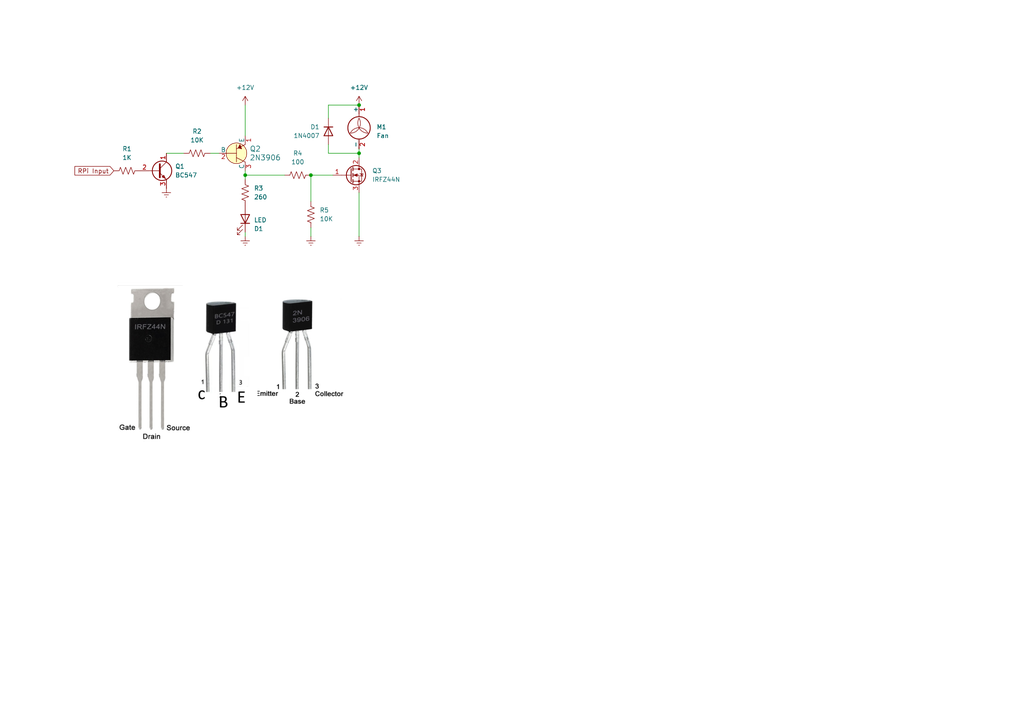
<source format=kicad_sch>
(kicad_sch (version 20250114) (generator "eeschema") (generator_version "9.0")
  (paper "A4")
  (lib_symbols
    (symbol "Device:LED" (pin_numbers (hide yes)) (pin_names (offset 1.016) (hide yes))
      (property "Reference" "D" (at 0 2.54 0))
      (property "Value" "LED" (at 0 -2.54 0))
      (symbol "LED_0_1"
        (polyline (pts (xy -3.048 -0.762) (xy -4.572 -2.286) (xy -3.81 -2.286) (xy -4.572 -2.286) (xy -4.572 -1.524)))
        (polyline (pts (xy -1.778 -0.762) (xy -3.302 -2.286) (xy -2.54 -2.286) (xy -3.302 -2.286) (xy -3.302 -1.524)))
        (polyline (pts (xy -1.27 0) (xy 1.27 0)))
        (polyline (pts (xy -1.27 -1.27) (xy -1.27 1.27)) (stroke (width 0.254)))
        (polyline (pts (xy 1.27 -1.27) (xy 1.27 1.27) (xy -1.27 0) (xy 1.27 -1.27)) (stroke (width 0.254)))
      )
      (symbol "LED_1_1"
        (pin passive line (at -3.81 0 0) (length 2.54) (name "K") (number "1"))
        (pin passive line (at 3.81 0 180) (length 2.54) (name "A") (number "2"))
      )
    )
    (symbol "Device:R_US" (pin_numbers (hide yes)) (pin_names (offset 0))
      (property "Reference" "R" (at 2.54 0 90))
      (property "Value" "R_US" (at -2.54 0 90))
      (symbol "R_US_0_1"
        (polyline (pts (xy 0 2.286) (xy 0 2.54)))
        (polyline (pts (xy 0 2.286) (xy 1.016 1.905) (xy 0 1.524) (xy -1.016 1.143) (xy 0 0.762)))
        (polyline (pts (xy 0 0.762) (xy 1.016 0.381) (xy 0 0) (xy -1.016 -0.381) (xy 0 -0.762)))
        (polyline (pts (xy 0 -0.762) (xy 1.016 -1.143) (xy 0 -1.524) (xy -1.016 -1.905) (xy 0 -2.286)))
        (polyline (pts (xy 0 -2.286) (xy 0 -2.54)))
      )
      (symbol "R_US_1_1"
        (pin passive line (at 0 3.81 270) (length 1.27) (name "~") (number "1"))
        (pin passive line (at 0 -3.81 90) (length 1.27) (name "~") (number "2"))
      )
    )
    (symbol "Diode:1N4007" (pin_numbers (hide yes)) (pin_names (hide yes))
      (property "Reference" "D" (at 0 2.54 0))
      (property "Value" "1N4007" (at 0 -2.54 0))
      (symbol "1N4007_0_1"
        (polyline (pts (xy -1.27 1.27) (xy -1.27 -1.27)) (stroke (width 0.254)))
        (polyline (pts (xy 1.27 1.27) (xy 1.27 -1.27) (xy -1.27 0) (xy 1.27 1.27)) (stroke (width 0.254)))
        (polyline (pts (xy 1.27 0) (xy -1.27 0)))
      )
      (symbol "1N4007_1_1"
        (pin passive line (at -3.81 0 0) (length 2.54) (name "K") (number "1"))
        (pin passive line (at 3.81 0 180) (length 2.54) (name "A") (number "2"))
      )
    )
    (symbol "Motor:Fan" (pin_names (offset 0))
      (property "Reference" "M" (at 2.54 5.08 0))
      (property "Value" "Fan" (at 2.54 -2.54 0))
      (symbol "Fan_0_1"
        (arc (start 0 3.81) (mid -0.0015 0.9048) (end -2.54 -0.508))
        (polyline (pts (xy 0 4.572) (xy 0 5.08)))
        (polyline (pts (xy 0 4.2672) (xy 0 4.6228)))
        (circle (center 0 1.016) (radius 3.2512) (stroke (width 0.254)))
        (arc (start -2.54 -0.508) (mid 0 1.0618) (end 2.54 -0.508))
        (polyline (pts (xy 0 -2.2352) (xy 0 -2.6416)))
        (polyline (pts (xy 0 -5.08) (xy 0 -4.572)))
        (arc (start 2.54 -0.508) (mid 0.047 0.9315) (end 0 3.81))
      )
      (symbol "Fan_1_1"
        (pin passive line (at 0 7.62 270) (length 2.54) (name "+") (number "1"))
        (pin passive line (at 0 -5.08 90) (length 2.54) (name "-") (number "2"))
      )
    )
    (symbol "Transistor_BJT:BC547" (pin_names (offset 0) (hide yes))
      (property "Reference" "Q" (at 5.08 1.905 0))
      (property "Value" "BC547" (at 5.08 0 0))
      (symbol "BC547_0_1"
        (polyline (pts (xy -2.54 0) (xy 0.635 0)))
        (polyline (pts (xy 0.635 1.905) (xy 0.635 -1.905)) (stroke (width 0.508)))
        (circle (center 1.27 0) (radius 2.8194) (stroke (width 0.254)))
      )
      (symbol "BC547_1_1"
        (polyline (pts (xy 0.635 0.635) (xy 2.54 2.54)))
        (polyline (pts (xy 0.635 -0.635) (xy 2.54 -2.54)))
        (polyline (pts (xy 1.27 -1.778) (xy 1.778 -1.27) (xy 2.286 -2.286) (xy 1.27 -1.778)) (fill (type outline)))
        (pin input line (at -5.08 0 0) (length 2.54) (name "B") (number "2"))
        (pin passive line (at 2.54 5.08 270) (length 2.54) (name "C") (number "1"))
        (pin passive line (at 2.54 -5.08 90) (length 2.54) (name "E") (number "3"))
      )
    )
    (symbol "Transistor_FET:IRF540N" (pin_names (hide yes))
      (property "Reference" "Q" (at 5.08 1.905 0))
      (property "Value" "IRF540N" (at 5.08 0 0))
      (symbol "IRF540N_0_1"
        (polyline (pts (xy 0.254 1.905) (xy 0.254 -1.905)) (stroke (width 0.254)))
        (polyline (pts (xy 0.254 0) (xy -2.54 0)))
        (polyline (pts (xy 0.762 2.286) (xy 0.762 1.27)) (stroke (width 0.254)))
        (polyline (pts (xy 0.762 0.508) (xy 0.762 -0.508)) (stroke (width 0.254)))
        (polyline (pts (xy 0.762 -1.27) (xy 0.762 -2.286)) (stroke (width 0.254)))
        (polyline (pts (xy 0.762 -1.778) (xy 3.302 -1.778) (xy 3.302 1.778) (xy 0.762 1.778)))
        (polyline (pts (xy 1.016 0) (xy 2.032 0.381) (xy 2.032 -0.381) (xy 1.016 0)) (fill (type outline)))
        (circle (center 1.651 0) (radius 2.794) (stroke (width 0.254)))
        (polyline (pts (xy 2.54 2.54) (xy 2.54 1.778)))
        (circle (center 2.54 1.778) (radius 0.254) (fill (type outline)))
        (circle (center 2.54 -1.778) (radius 0.254) (fill (type outline)))
        (polyline (pts (xy 2.54 -2.54) (xy 2.54 0) (xy 0.762 0)))
        (polyline (pts (xy 2.794 0.508) (xy 2.921 0.381) (xy 3.683 0.381) (xy 3.81 0.254)))
        (polyline (pts (xy 3.302 0.381) (xy 2.921 -0.254) (xy 3.683 -0.254) (xy 3.302 0.381)))
      )
      (symbol "IRF540N_1_1"
        (pin input line (at -5.08 0 0) (length 2.54) (name "G") (number "1"))
        (pin passive line (at 2.54 5.08 270) (length 2.54) (name "D") (number "2"))
        (pin passive line (at 2.54 -5.08 90) (length 2.54) (name "S") (number "3"))
      )
    )
    (symbol "dk_Transistors-Bipolar-BJT-Single:2N3906" (pin_names (offset 0))
      (property "Reference" "Q" (at -2.3876 3.9116 0))
      (property "Value" "2N3906" (at 5.08 0 90))
      (symbol "2N3906_0_1"
        (polyline (pts (xy -3.81 0) (xy -2.54 0)))
        (polyline (pts (xy -3.556 0) (xy 0 0)))
        (polyline (pts (xy 0 2.54) (xy 0 -2.54)))
        (polyline (pts (xy 0 1.27) (xy 2.54 2.54)))
        (circle (center 0 0) (radius 2.9972) (fill (type background)))
        (polyline (pts (xy 0 -1.27) (xy 2.54 -2.54)))
        (polyline (pts (xy 1.016 2.54) (xy 0.508 1.524) (xy 1.524 1.27) (xy 1.016 2.54)) (fill (type outline)))
      )
      (symbol "2N3906_1_1"
        (pin input line (at -5.08 0 0) (length 2.54) (name "B") (number "2"))
        (pin passive line (at 2.54 5.08 270) (length 2.54) (name "E") (number "1"))
        (pin passive line (at 2.54 -5.08 90) (length 2.54) (name "C") (number "3"))
      )
    )
    (symbol "power:+12V" (power) (pin_numbers (hide yes)) (pin_names (offset 0) (hide yes))
      (property "Value" "+12V" (at 0 3.556 0))
      (symbol "+12V_0_1"
        (polyline (pts (xy -0.762 1.27) (xy 0 2.54)))
        (polyline (pts (xy 0 2.54) (xy 0.762 1.27)))
        (polyline (pts (xy 0 0) (xy 0 2.54)))
      )
      (symbol "+12V_1_1"
        (pin power_in line (at 0 0 90) (length 0) (name "~") (number "1"))
      )
    )
    (symbol "power:Earth" (power) (pin_numbers (hide yes)) (pin_names (offset 0) (hide yes))
      (property "Value" "Earth" (at 0 -3.81 0))
      (symbol "Earth_0_1"
        (polyline (pts (xy -0.635 -1.905) (xy 0.635 -1.905)))
        (polyline (pts (xy -0.127 -2.54) (xy 0.127 -2.54)))
        (polyline (pts (xy 0 -1.27) (xy 0 0)))
        (polyline (pts (xy 1.27 -1.27) (xy -1.27 -1.27)))
      )
      (symbol "Earth_1_1"
        (pin power_in line (at 0 0 270) (length 0) (name "~") (number "1"))
      )
    )
  )
  (junction (at 104.14 30.48))
  (junction (at 104.14 44.45))
  (junction (at 71.12 50.8))
  (junction (at 90.17 50.8))
  (wire (pts (xy 104.14 43.18) (xy 104.14 44.45)))
  (wire (pts (xy 53.34 44.45) (xy 48.26 44.45)))
  (wire (pts (xy 71.12 30.48) (xy 71.12 39.37)))
  (wire (pts (xy 95.25 41.91) (xy 95.25 44.45)))
  (wire (pts (xy 96.52 50.8) (xy 90.17 50.8)))
  (wire (pts (xy 71.12 68.58) (xy 71.12 67.31)))
  (wire (pts (xy 60.96 44.45) (xy 63.5 44.45)))
  (wire (pts (xy 82.55 50.8) (xy 71.12 50.8)))
  (wire (pts (xy 95.25 34.29) (xy 95.25 30.48)))
  (wire (pts (xy 90.17 68.58) (xy 90.17 66.04)))
  (wire (pts (xy 95.25 44.45) (xy 104.14 44.45)))
  (wire (pts (xy 104.14 44.45) (xy 104.14 45.72)))
  (wire (pts (xy 71.12 50.8) (xy 71.12 49.53)))
  (wire (pts (xy 104.14 68.58) (xy 104.14 55.88)))
  (wire (pts (xy 95.25 30.48) (xy 104.14 30.48)))
  (wire (pts (xy 90.17 58.42) (xy 90.17 50.8)))
  (wire (pts (xy 71.12 52.07) (xy 71.12 50.8)))
  (image (at 67.31 105.41) (scale 0.307352))
  (global_label "RPi Input" (shape input) (at 33.02 49.53 180) (property "Intersheetrefs" "${INTERSHEET_REFS}" (effects (hide yes))))
  (symbol (lib_id "power:Earth") (at 71.12 68.58 0) (unit 1)
    (property "Reference" "#PWR02" (effects (hide yes)))
    (property "Value" "GND" (effects (hide yes)))
    (property "Description" "Power symbol creates a global label with name \"Earth\"" (effects (hide yes)))
  )
  (symbol (lib_id "Device:R_US") (at 57.15 44.45 270) (unit 1)
    (property "Reference" "R2" (at 57.15 38.1 90))
    (property "Value" "10K" (at 57.15 40.64 90))
    (property "Description" "Resistor, US symbol" (effects (hide yes)))
  )
  (symbol (lib_id "Device:R_US") (at 86.36 50.8 270) (unit 1)
    (property "Reference" "R4" (at 86.36 44.45 90))
    (property "Value" "100" (at 86.36 46.99 90))
    (property "Description" "Resistor, US symbol" (effects (hide yes)))
  )
  (symbol (lib_id "Transistor_FET:IRF540N") (at 101.6 50.8 0) (unit 1)
    (property "Reference" "Q3" (at 107.95 49.5299 0) (effects (justify left)))
    (property "Value" "IRFZ44N" (at 107.95 52.0699 0) (effects (justify left)))
    (property "Footprint" "Package_TO_SOT_THT:TO-220-3_Vertical" (effects (hide yes)))
    (property "Datasheet" "http://www.irf.com/product-info/datasheets/data/irf540n.pdf" (effects (hide yes)))
    (property "Description" "33A Id, 100V Vds, HEXFET N-Channel MOSFET, TO-220" (effects (hide yes)))
  )
  (symbol (lib_id "Transistor_BJT:BC547") (at 45.72 49.53 0) (unit 1)
    (property "Reference" "Q1" (at 50.8 48.2599 0) (effects (justify left)))
    (property "Value" "BC547" (at 50.8 50.7999 0) (effects (justify left)))
    (property "Footprint" "Package_TO_SOT_THT:TO-92_Inline" (effects (hide yes)))
    (property "Datasheet" "https://www.onsemi.com/pub/Collateral/BC550-D.pdf" (effects (hide yes)))
    (property "Description" "0.1A Ic, 45V Vce, Small Signal NPN Transistor, TO-92" (effects (hide yes)))
  )
  (symbol (lib_id "power:+12V") (at 71.12 30.48 0) (unit 1)
    (property "Reference" "#PWR01" (effects (hide yes)))
    (property "Value" "+12V" (at 71.12 25.4 0))
    (property "Description" "Power symbol creates a global label with name \"+12V\"" (effects (hide yes)))
  )
  (symbol (lib_id "Device:LED") (at 71.12 63.5 270) (mirror x) (unit 1)
    (property "Reference" "D1" (at 73.66 66.3576 90) (effects (justify left)))
    (property "Value" "LED" (at 73.66 63.8176 90) (effects (justify left)))
    (property "Description" "Light emitting diode" (effects (hide yes)))
    (property "Sim.Pins" "1=K 2=A" (effects (hide yes)))
  )
  (symbol (lib_id "power:Earth") (at 48.26 54.61 0) (unit 1)
    (property "Reference" "#PWR?" (effects (hide yes)))
    (property "Value" "GND" (effects (hide yes)))
    (property "Description" "Power symbol creates a global label with name \"Earth\"" (effects (hide yes)))
  )
  (symbol (lib_id "Device:R_US") (at 36.83 49.53 270) (unit 1)
    (property "Reference" "R1" (at 36.83 43.18 90))
    (property "Value" "1K" (at 36.83 45.72 90))
    (property "Description" "Resistor, US symbol" (effects (hide yes)))
  )
  (symbol (lib_id "Diode:1N4007") (at 95.25 38.1 90) (mirror x) (unit 1)
    (property "Reference" "D1" (at 92.71 36.8299 90) (effects (justify left)))
    (property "Value" "1N4007" (at 92.71 39.3699 90) (effects (justify left)))
    (property "Footprint" "Diode_THT:D_DO-41_SOD81_P10.16mm_Horizontal" (effects (hide yes)))
    (property "Datasheet" "http://www.vishay.com/docs/88503/1n4001.pdf" (effects (hide yes)))
    (property "Description" "1000V 1A General Purpose Rectifier Diode, DO-41" (effects (hide yes)))
    (property "Sim.Device" "D" (effects (hide yes)))
    (property "Sim.Pins" "1=K 2=A" (effects (hide yes)))
  )
  (symbol (lib_id "power:+12V") (at 104.14 30.48 0) (unit 1)
    (property "Reference" "#PWR05" (effects (hide yes)))
    (property "Value" "+12V" (at 104.14 25.4 0))
    (property "Description" "Power symbol creates a global label with name \"+12V\"" (effects (hide yes)))
  )
  (symbol (lib_id "power:Earth") (at 90.17 68.58 0) (unit 1)
    (property "Reference" "#PWR03" (effects (hide yes)))
    (property "Value" "GND" (effects (hide yes)))
    (property "Description" "Power symbol creates a global label with name \"Earth\"" (effects (hide yes)))
  )
  (symbol (lib_id "Device:R_US") (at 90.17 62.23 180) (unit 1)
    (property "Reference" "R5" (at 92.71 60.9599 0) (effects (justify right)))
    (property "Value" "10K" (at 92.71 63.4999 0) (effects (justify right)))
    (property "Description" "Resistor, US symbol" (effects (hide yes)))
  )
  (symbol (lib_id "power:Earth") (at 104.14 68.58 0) (unit 1)
    (property "Reference" "#PWR04" (effects (hide yes)))
    (property "Value" "GND" (effects (hide yes)))
    (property "Description" "Power symbol creates a global label with name \"Earth\"" (effects (hide yes)))
  )
  (symbol (lib_id "Motor:Fan") (at 104.14 38.1 0) (unit 1)
    (property "Reference" "M1" (at 109.22 36.8299 0) (effects (justify left)))
    (property "Value" "Fan" (at 109.22 39.3699 0) (effects (justify left)))
    (property "Description" "Fan" (effects (hide yes)))
  )
  (symbol (lib_id "dk_Transistors-Bipolar-BJT-Single:2N3906") (at 68.58 44.45 0) (unit 1)
    (property "Reference" "Q2" (at 72.39 43.1799 0) (effects (font (size 1.524 1.524)) (justify left)))
    (property "Value" "2N3906" (at 72.39 45.7199 0) (effects (font (size 1.524 1.524)) (justify left)))
    (property "Footprint" "digikey-footprints:TO-92-3" (effects (hide yes)))
    (property "Datasheet" "https://my.centralsemi.com/get_document.php?cmp=1&mergetype=pd&mergepath=pd&pdf_id=LSSGP072.PDF" (effects (hide yes)))
    (property "Description" "TRANS PNP 40V TO-92" (effects (hide yes)))
    (property "Digi-Key_PN" "2N3906CS-ND" (effects (hide yes)))
    (property "MPN" "2N3906" (effects (hide yes)))
    (property "Category" "Discrete Semiconductor Products" (effects (hide yes)))
    (property "Family" "Transistors - Bipolar (BJT) - Single" (effects (hide yes)))
    (property "DK_Datasheet_Link" "https://my.centralsemi.com/get_document.php?cmp=1&mergetype=pd&mergepath=pd&pdf_id=LSSGP072.PDF" (effects (hide yes)))
    (property "DK_Detail_Page" "/product-detail/en/central-semiconductor-corp/2N3906/2N3906CS-ND/4806878" (effects (hide yes)))
    (property "Description_1" "TRANS PNP 40V TO-92" (effects (hide yes)))
    (property "Manufacturer" "Central Semiconductor Corp" (effects (hide yes)))
    (property "Status" "Active" (effects (hide yes)))
  )
  (symbol (lib_id "Device:R_US") (at 71.12 55.88 180) (unit 1)
    (property "Reference" "R3" (at 73.66 54.6099 0) (effects (justify right)))
    (property "Value" "260" (at 73.66 57.1499 0) (effects (justify right)))
    (property "Description" "Resistor, US symbol" (effects (hide yes)))
  )
)
</source>
